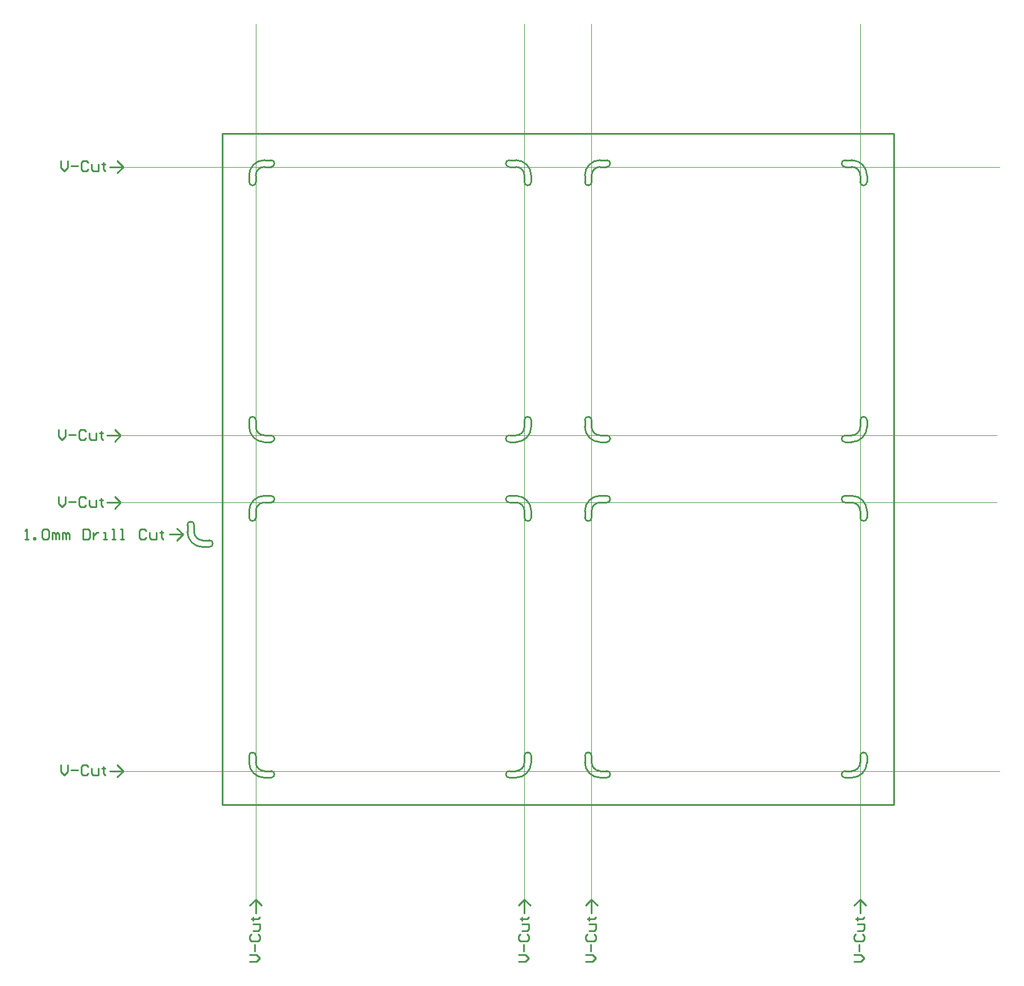
<source format=gm1>
%FSLAX25Y25*%
%MOIN*%
G70*
G01*
G75*
G04 Layer_Color=16711935*
%ADD10R,0.03150X0.03150*%
%ADD11R,0.06299X0.03937*%
%ADD12R,0.09843X0.04331*%
%ADD13C,0.04000*%
%ADD14C,0.02000*%
%ADD15C,0.01575*%
G04:AMPARAMS|DCode=16|XSize=59.06mil|YSize=59.06mil|CornerRadius=14.76mil|HoleSize=0mil|Usage=FLASHONLY|Rotation=270.000|XOffset=0mil|YOffset=0mil|HoleType=Round|Shape=RoundedRectangle|*
%AMROUNDEDRECTD16*
21,1,0.05906,0.02953,0,0,270.0*
21,1,0.02953,0.05906,0,0,270.0*
1,1,0.02953,-0.01476,-0.01476*
1,1,0.02953,-0.01476,0.01476*
1,1,0.02953,0.01476,0.01476*
1,1,0.02953,0.01476,-0.01476*
%
%ADD16ROUNDEDRECTD16*%
%ADD17C,0.05906*%
%ADD18C,0.03937*%
G04:AMPARAMS|DCode=19|XSize=98.43mil|YSize=98.43mil|CornerRadius=24.61mil|HoleSize=0mil|Usage=FLASHONLY|Rotation=270.000|XOffset=0mil|YOffset=0mil|HoleType=Round|Shape=RoundedRectangle|*
%AMROUNDEDRECTD19*
21,1,0.09843,0.04921,0,0,270.0*
21,1,0.04921,0.09843,0,0,270.0*
1,1,0.04921,-0.02461,-0.02461*
1,1,0.04921,-0.02461,0.02461*
1,1,0.04921,0.02461,0.02461*
1,1,0.04921,0.02461,-0.02461*
%
%ADD19ROUNDEDRECTD19*%
%ADD20O,0.08000X0.11811*%
%ADD21R,0.07500X0.07500*%
%ADD22O,0.17716X0.07874*%
%ADD23C,0.03150*%
%ADD24C,0.02400*%
%ADD25C,0.01201*%
%ADD26O,0.02165X0.05118*%
G04:AMPARAMS|DCode=27|XSize=31.5mil|YSize=51.18mil|CornerRadius=7.87mil|HoleSize=0mil|Usage=FLASHONLY|Rotation=270.000|XOffset=0mil|YOffset=0mil|HoleType=Round|Shape=RoundedRectangle|*
%AMROUNDEDRECTD27*
21,1,0.03150,0.03543,0,0,270.0*
21,1,0.01575,0.05118,0,0,270.0*
1,1,0.01575,-0.01772,-0.00787*
1,1,0.01575,-0.01772,0.00787*
1,1,0.01575,0.01772,0.00787*
1,1,0.01575,0.01772,-0.00787*
%
%ADD27ROUNDEDRECTD27*%
G04:AMPARAMS|DCode=28|XSize=31.5mil|YSize=51.18mil|CornerRadius=7.87mil|HoleSize=0mil|Usage=FLASHONLY|Rotation=180.000|XOffset=0mil|YOffset=0mil|HoleType=Round|Shape=RoundedRectangle|*
%AMROUNDEDRECTD28*
21,1,0.03150,0.03543,0,0,180.0*
21,1,0.01575,0.05118,0,0,180.0*
1,1,0.01575,-0.00787,0.01772*
1,1,0.01575,0.00787,0.01772*
1,1,0.01575,0.00787,-0.01772*
1,1,0.01575,-0.00787,-0.01772*
%
%ADD28ROUNDEDRECTD28*%
%ADD29O,0.05118X0.02165*%
%ADD30C,0.01201*%
%ADD31C,0.00394*%
%ADD32R,0.03543X0.03937*%
%ADD33R,0.03937X0.03543*%
G04:AMPARAMS|DCode=34|XSize=23.62mil|YSize=39.37mil|CornerRadius=2.95mil|HoleSize=0mil|Usage=FLASHONLY|Rotation=0.000|XOffset=0mil|YOffset=0mil|HoleType=Round|Shape=RoundedRectangle|*
%AMROUNDEDRECTD34*
21,1,0.02362,0.03347,0,0,0.0*
21,1,0.01772,0.03937,0,0,0.0*
1,1,0.00591,0.00886,-0.01673*
1,1,0.00591,-0.00886,-0.01673*
1,1,0.00591,-0.00886,0.01673*
1,1,0.00591,0.00886,0.01673*
%
%ADD34ROUNDEDRECTD34*%
%ADD35R,0.07874X0.09449*%
%ADD36C,0.02306*%
%ADD37C,0.01153*%
%ADD38C,0.01000*%
%ADD39C,0.00500*%
%ADD40C,0.00029*%
%ADD41C,0.00710*%
%ADD42C,0.00787*%
%ADD43C,0.00152*%
%ADD44C,0.00089*%
%ADD45R,0.02950X0.02950*%
%ADD46R,0.06099X0.03737*%
%ADD47R,0.09643X0.04131*%
%ADD48C,0.01375*%
G04:AMPARAMS|DCode=49|XSize=57.06mil|YSize=57.06mil|CornerRadius=13.76mil|HoleSize=0mil|Usage=FLASHONLY|Rotation=270.000|XOffset=0mil|YOffset=0mil|HoleType=Round|Shape=RoundedRectangle|*
%AMROUNDEDRECTD49*
21,1,0.05706,0.02953,0,0,270.0*
21,1,0.02953,0.05706,0,0,270.0*
1,1,0.02753,-0.01476,-0.01476*
1,1,0.02753,-0.01476,0.01476*
1,1,0.02753,0.01476,0.01476*
1,1,0.02753,0.01476,-0.01476*
%
%ADD49ROUNDEDRECTD49*%
%ADD50C,0.05706*%
%ADD51C,0.03737*%
G04:AMPARAMS|DCode=52|XSize=96.43mil|YSize=96.43mil|CornerRadius=23.61mil|HoleSize=0mil|Usage=FLASHONLY|Rotation=270.000|XOffset=0mil|YOffset=0mil|HoleType=Round|Shape=RoundedRectangle|*
%AMROUNDEDRECTD52*
21,1,0.09643,0.04921,0,0,270.0*
21,1,0.04921,0.09643,0,0,270.0*
1,1,0.04721,-0.02461,-0.02461*
1,1,0.04721,-0.02461,0.02461*
1,1,0.04721,0.02461,0.02461*
1,1,0.04721,0.02461,-0.02461*
%
%ADD52ROUNDEDRECTD52*%
%ADD53O,0.07800X0.11611*%
%ADD54R,0.07300X0.07300*%
%ADD55O,0.17516X0.07674*%
%ADD56C,0.02950*%
%ADD57O,0.01965X0.04918*%
G04:AMPARAMS|DCode=58|XSize=29.5mil|YSize=49.18mil|CornerRadius=6.87mil|HoleSize=0mil|Usage=FLASHONLY|Rotation=270.000|XOffset=0mil|YOffset=0mil|HoleType=Round|Shape=RoundedRectangle|*
%AMROUNDEDRECTD58*
21,1,0.02950,0.03543,0,0,270.0*
21,1,0.01575,0.04918,0,0,270.0*
1,1,0.01375,-0.01772,-0.00787*
1,1,0.01375,-0.01772,0.00787*
1,1,0.01375,0.01772,0.00787*
1,1,0.01375,0.01772,-0.00787*
%
%ADD58ROUNDEDRECTD58*%
G04:AMPARAMS|DCode=59|XSize=29.5mil|YSize=49.18mil|CornerRadius=6.87mil|HoleSize=0mil|Usage=FLASHONLY|Rotation=180.000|XOffset=0mil|YOffset=0mil|HoleType=Round|Shape=RoundedRectangle|*
%AMROUNDEDRECTD59*
21,1,0.02950,0.03543,0,0,180.0*
21,1,0.01575,0.04918,0,0,180.0*
1,1,0.01375,-0.00787,0.01772*
1,1,0.01375,0.00787,0.01772*
1,1,0.01375,0.00787,-0.01772*
1,1,0.01375,-0.00787,-0.01772*
%
%ADD59ROUNDEDRECTD59*%
%ADD60O,0.04918X0.01965*%
%ADD61R,0.03343X0.03737*%
%ADD62R,0.03737X0.03343*%
G04:AMPARAMS|DCode=63|XSize=21.62mil|YSize=37.37mil|CornerRadius=1.95mil|HoleSize=0mil|Usage=FLASHONLY|Rotation=0.000|XOffset=0mil|YOffset=0mil|HoleType=Round|Shape=RoundedRectangle|*
%AMROUNDEDRECTD63*
21,1,0.02162,0.03347,0,0,0.0*
21,1,0.01772,0.03737,0,0,0.0*
1,1,0.00391,0.00886,-0.01673*
1,1,0.00391,-0.00886,-0.01673*
1,1,0.00391,-0.00886,0.01673*
1,1,0.00391,0.00886,0.01673*
%
%ADD63ROUNDEDRECTD63*%
%ADD64R,0.07674X0.09249*%
%ADD65C,0.00200*%
D38*
X-16500Y160000D02*
G03*
X-11500Y155000I5000J0D01*
G01*
X-7563Y151063D02*
G03*
X-7563Y155000I0J1969D01*
G01*
X-16500Y163937D02*
G03*
X-20437Y163937I-1969J0D01*
G01*
Y160000D02*
G03*
X-11500Y151063I8937J0D01*
G01*
X24685Y374016D02*
G03*
X19685Y369016I0J-5000D01*
G01*
X15748Y365079D02*
G03*
X17717Y363110I1969J0D01*
G01*
X28622Y374016D02*
G03*
X30591Y375984I0J1969D01*
G01*
X15748Y365079D02*
G03*
X19685Y365079I1969J0D01*
G01*
X28622Y374016D02*
G03*
X28622Y377953I0J1969D01*
G01*
X24685D02*
G03*
X15748Y369016I0J-8937D01*
G01*
X19685Y221535D02*
G03*
X24685Y216535I5000J0D01*
G01*
X28622Y212598D02*
G03*
X30591Y214567I0J1969D01*
G01*
X19685Y225472D02*
G03*
X17717Y227441I-1969J0D01*
G01*
X28622Y212598D02*
G03*
X28622Y216535I0J1969D01*
G01*
X19685Y225472D02*
G03*
X15748Y225472I-1969J0D01*
G01*
Y221535D02*
G03*
X24685Y212598I8937J0D01*
G01*
X172165Y216535D02*
G03*
X177165Y221535I0J5000D01*
G01*
X181102Y225472D02*
G03*
X179134Y227441I-1969J0D01*
G01*
X168228Y216535D02*
G03*
X166260Y214567I0J-1969D01*
G01*
X181102Y225472D02*
G03*
X177165Y225472I-1969J0D01*
G01*
X168228Y216535D02*
G03*
X168228Y212598I0J-1969D01*
G01*
X172165D02*
G03*
X181102Y221535I0J8937D01*
G01*
X168228Y377953D02*
G03*
X166260Y375984I0J-1969D01*
G01*
X177165Y365079D02*
G03*
X179134Y363110I1969J0D01*
G01*
X168228Y377953D02*
G03*
X168228Y374016I0J-1969D01*
G01*
X177165Y365079D02*
G03*
X181102Y365079I1969J0D01*
G01*
Y369016D02*
G03*
X172165Y377953I-8937J0D01*
G01*
X221535Y374016D02*
G03*
X216535Y369016I0J-5000D01*
G01*
X212598Y365079D02*
G03*
X214567Y363110I1969J0D01*
G01*
X225472Y374016D02*
G03*
X227441Y375984I0J1969D01*
G01*
X212598Y365079D02*
G03*
X216535Y365079I1969J0D01*
G01*
X225472Y374016D02*
G03*
X225472Y377953I0J1969D01*
G01*
X221535D02*
G03*
X212598Y369016I0J-8937D01*
G01*
X374016D02*
G03*
X369016Y374016I-5000J0D01*
G01*
X365079Y377953D02*
G03*
X363110Y375984I0J-1969D01*
G01*
X374016Y365079D02*
G03*
X375984Y363110I1969J0D01*
G01*
X365079Y377953D02*
G03*
X365079Y374016I0J-1969D01*
G01*
X374016Y365079D02*
G03*
X377953Y365079I1969J0D01*
G01*
Y369016D02*
G03*
X369016Y377953I-8937J0D01*
G01*
X216535Y221535D02*
G03*
X221535Y216535I5000J0D01*
G01*
X225472Y212598D02*
G03*
X227441Y214567I0J1969D01*
G01*
X216535Y225472D02*
G03*
X214567Y227441I-1969J0D01*
G01*
X225472Y212598D02*
G03*
X225472Y216535I0J1969D01*
G01*
X216535Y225472D02*
G03*
X212598Y225472I-1969J0D01*
G01*
Y221535D02*
G03*
X221535Y212598I8937J0D01*
G01*
X369016Y216535D02*
G03*
X374016Y221535I0J5000D01*
G01*
X377953Y225472D02*
G03*
X375984Y227441I-1969J0D01*
G01*
X365079Y216535D02*
G03*
X363110Y214567I0J-1969D01*
G01*
X377953Y225472D02*
G03*
X374016Y225472I-1969J0D01*
G01*
X365079Y216535D02*
G03*
X365079Y212598I0J-1969D01*
G01*
X369016D02*
G03*
X377953Y221535I0J8937D01*
G01*
X374016Y172165D02*
G03*
X369016Y177165I-5000J0D01*
G01*
X365079Y181102D02*
G03*
X363110Y179134I0J-1969D01*
G01*
X374016Y168228D02*
G03*
X375984Y166260I1969J0D01*
G01*
X365079Y181102D02*
G03*
X365079Y177165I0J-1969D01*
G01*
X374016Y168228D02*
G03*
X377953Y168228I1969J0D01*
G01*
Y172165D02*
G03*
X369016Y181102I-8937J0D01*
G01*
X221535Y177165D02*
G03*
X216535Y172165I0J-5000D01*
G01*
X212598Y168228D02*
G03*
X214567Y166260I1969J0D01*
G01*
X225472Y177165D02*
G03*
X227441Y179134I0J1969D01*
G01*
X212598Y168228D02*
G03*
X216535Y168228I1969J0D01*
G01*
X225472Y177165D02*
G03*
X225472Y181102I0J1969D01*
G01*
X221535D02*
G03*
X212598Y172165I0J-8937D01*
G01*
X177165D02*
G03*
X172165Y177165I-5000J0D01*
G01*
X168228Y181102D02*
G03*
X166260Y179134I0J-1969D01*
G01*
X177165Y168228D02*
G03*
X179134Y166260I1969J0D01*
G01*
X168228Y181102D02*
G03*
X168228Y177165I0J-1969D01*
G01*
X177165Y168228D02*
G03*
X181102Y168228I1969J0D01*
G01*
Y172165D02*
G03*
X172165Y181102I-8937J0D01*
G01*
X24685Y177165D02*
G03*
X19685Y172165I0J-5000D01*
G01*
X15748Y168228D02*
G03*
X17717Y166260I1969J0D01*
G01*
X28622Y177165D02*
G03*
X30591Y179134I0J1969D01*
G01*
X15748Y168228D02*
G03*
X19685Y168228I1969J0D01*
G01*
X28622Y177165D02*
G03*
X28622Y181102I0J1969D01*
G01*
X24685D02*
G03*
X15748Y172165I0J-8937D01*
G01*
X19685Y24685D02*
G03*
X24685Y19685I5000J0D01*
G01*
X28622Y15748D02*
G03*
X30591Y17717I0J1969D01*
G01*
X19685Y28622D02*
G03*
X17717Y30591I-1969J0D01*
G01*
X28622Y15748D02*
G03*
X28622Y19685I0J1969D01*
G01*
X19685Y28622D02*
G03*
X15748Y28622I-1969J0D01*
G01*
Y24685D02*
G03*
X24685Y15748I8937J0D01*
G01*
X172165Y19685D02*
G03*
X177165Y24685I0J5000D01*
G01*
X181102Y28622D02*
G03*
X179134Y30591I-1969J0D01*
G01*
X168228Y19685D02*
G03*
X166260Y17717I0J-1969D01*
G01*
X181102Y28622D02*
G03*
X177165Y28622I-1969J0D01*
G01*
X168228Y19685D02*
G03*
X168228Y15748I0J-1969D01*
G01*
X172165D02*
G03*
X181102Y24685I0J8937D01*
G01*
X216535D02*
G03*
X221535Y19685I5000J0D01*
G01*
X225472Y15748D02*
G03*
X227441Y17717I0J1969D01*
G01*
X216535Y28622D02*
G03*
X214567Y30591I-1969J0D01*
G01*
X225472Y15748D02*
G03*
X225472Y19685I0J1969D01*
G01*
X216535Y28622D02*
G03*
X212598Y28622I-1969J0D01*
G01*
Y24685D02*
G03*
X221535Y15748I8937J0D01*
G01*
X369016Y19685D02*
G03*
X374016Y24685I0J5000D01*
G01*
X377953Y28622D02*
G03*
X375984Y30591I-1969J0D01*
G01*
X365079Y19685D02*
G03*
X363110Y17717I0J-1969D01*
G01*
X377953Y28622D02*
G03*
X374016Y28622I-1969J0D01*
G01*
X365079Y19685D02*
G03*
X365079Y15748I0J-1969D01*
G01*
X369016D02*
G03*
X377953Y24685I0J8937D01*
G01*
X177165Y369016D02*
G03*
X172165Y374016I-5000J0D01*
G01*
X0Y0D02*
X19685D01*
X-61516Y23185D02*
X-58016Y19685D01*
X-61516Y16185D02*
X-58016Y19685D01*
X-66016D02*
X-58016D01*
X-61516Y377516D02*
X-58016Y374016D01*
X-61516Y370516D02*
X-58016Y374016D01*
X-66016D02*
X-58016D01*
X-11500Y155000D02*
X-7563D01*
X-16500Y160000D02*
Y163937D01*
X-11500Y151063D02*
X-7563D01*
X-20437Y160000D02*
Y163937D01*
X-26500Y162000D02*
X-23000Y158500D01*
X-26500Y155000D02*
X-23000Y158500D01*
X-31000D02*
X-23000D01*
X-67535Y177165D02*
X-59535D01*
X-63036Y173665D02*
X-59535Y177165D01*
X-63036Y180665D02*
X-59535Y177165D01*
X-67535Y216535D02*
X-59535D01*
X-63036Y213035D02*
X-59535Y216535D01*
X-63036Y220035D02*
X-59535Y216535D01*
X374016Y-63685D02*
Y-55685D01*
X377516Y-59185D01*
X370516D02*
X374016Y-55685D01*
X216535Y-63685D02*
Y-55685D01*
X220035Y-59185D01*
X213035D02*
X216535Y-55685D01*
X177165Y-63685D02*
Y-55685D01*
X180665Y-59185D01*
X173665D02*
X177165Y-55685D01*
X19685Y-63685D02*
Y-55685D01*
X23185Y-59185D01*
X16185D02*
X19685Y-55685D01*
X393701Y0D02*
Y393701D01*
X0D02*
X393701D01*
X0Y0D02*
Y393701D01*
Y0D02*
X393701D01*
X374016D02*
X393701D01*
X374016Y393701D02*
X393701D01*
X0D02*
X19685D01*
Y365079D02*
Y369016D01*
X24685Y374016D02*
X28622D01*
X24685Y377953D02*
X28622D01*
X15748Y365079D02*
Y369016D01*
X24685Y216535D02*
X28622D01*
X19685Y221535D02*
Y225472D01*
X15748Y221535D02*
Y225472D01*
X24685Y212598D02*
X28622D01*
X177165Y221535D02*
Y225472D01*
X168228Y216535D02*
X172165D01*
X168228Y212598D02*
X172165D01*
X181102Y221535D02*
Y225472D01*
X168228Y374016D02*
X172165D01*
X177165Y365079D02*
Y369016D01*
X181102Y365079D02*
Y369016D01*
X168228Y377953D02*
X172165D01*
X216535Y365079D02*
Y369016D01*
X221535Y374016D02*
X225472D01*
X221535Y377953D02*
X225472D01*
X212598Y365079D02*
Y369016D01*
X365079Y374016D02*
X369016D01*
X374016Y365079D02*
Y369016D01*
X377953Y365079D02*
Y369016D01*
X365079Y377953D02*
X369016D01*
X221535Y216535D02*
X225472D01*
X216535Y221535D02*
Y225472D01*
X212598Y221535D02*
Y225472D01*
X221535Y212598D02*
X225472D01*
X374016Y221535D02*
Y225472D01*
X365079Y216535D02*
X369016D01*
X365079Y212598D02*
X369016D01*
X377953Y221535D02*
Y225472D01*
X365079Y177165D02*
X369016D01*
X374016Y168228D02*
Y172165D01*
X377953Y168228D02*
Y172165D01*
X365079Y181102D02*
X369016D01*
X216535Y168228D02*
Y172165D01*
X221535Y177165D02*
X225472D01*
X221535Y181102D02*
X225472D01*
X212598Y168228D02*
Y172165D01*
X168228Y177165D02*
X172165D01*
X177165Y168228D02*
Y172165D01*
X181102Y168228D02*
Y172165D01*
X168228Y181102D02*
X172165D01*
X19685Y168228D02*
Y172165D01*
X24685Y177165D02*
X28622D01*
X24685Y181102D02*
X28622D01*
X15748Y168228D02*
Y172165D01*
X24685Y19685D02*
X28622D01*
X19685Y24685D02*
Y28622D01*
X15748Y24685D02*
Y28622D01*
X24685Y15748D02*
X28622D01*
X177165Y24685D02*
Y28622D01*
X168228Y19685D02*
X172165D01*
X168228Y15748D02*
X172165D01*
X181102Y24685D02*
Y28622D01*
X221535Y19685D02*
X225472D01*
X216535Y24685D02*
Y28622D01*
X212598Y24685D02*
Y28622D01*
X221535Y15748D02*
X225472D01*
X374016Y24685D02*
Y28622D01*
X365079Y19685D02*
X369016D01*
X365079Y15748D02*
X369016D01*
X377953Y24685D02*
Y28622D01*
X-94516Y23183D02*
Y19184D01*
X-92516Y17185D01*
X-90517Y19184D01*
Y23183D01*
X-88518Y20184D02*
X-84519D01*
X-78521Y22183D02*
X-79521Y23183D01*
X-81520D01*
X-82520Y22183D01*
Y18185D01*
X-81520Y17185D01*
X-79521D01*
X-78521Y18185D01*
X-76522Y21184D02*
Y18185D01*
X-75522Y17185D01*
X-72523D01*
Y21184D01*
X-69524Y22183D02*
Y21184D01*
X-70524D01*
X-68524D01*
X-69524D01*
Y18185D01*
X-68524Y17185D01*
X-94516Y377514D02*
Y373515D01*
X-92516Y371516D01*
X-90517Y373515D01*
Y377514D01*
X-88518Y374515D02*
X-84519D01*
X-78521Y376514D02*
X-79521Y377514D01*
X-81520D01*
X-82520Y376514D01*
Y372515D01*
X-81520Y371516D01*
X-79521D01*
X-78521Y372515D01*
X-76522Y375515D02*
Y372515D01*
X-75522Y371516D01*
X-72523D01*
Y375515D01*
X-69524Y376514D02*
Y375515D01*
X-70524D01*
X-68524D01*
X-69524D01*
Y372515D01*
X-68524Y371516D01*
X-115500Y155500D02*
X-113501D01*
X-114500D01*
Y161498D01*
X-115500Y160498D01*
X-110502Y155500D02*
Y156500D01*
X-109502D01*
Y155500D01*
X-110502D01*
X-105503Y160498D02*
X-104504Y161498D01*
X-102504D01*
X-101505Y160498D01*
Y156500D01*
X-102504Y155500D01*
X-104504D01*
X-105503Y156500D01*
Y160498D01*
X-99505Y155500D02*
Y159499D01*
X-98506D01*
X-97506Y158499D01*
Y155500D01*
Y158499D01*
X-96506Y159499D01*
X-95507Y158499D01*
Y155500D01*
X-93507D02*
Y159499D01*
X-92507D01*
X-91508Y158499D01*
Y155500D01*
Y158499D01*
X-90508Y159499D01*
X-89508Y158499D01*
Y155500D01*
X-81511Y161498D02*
Y155500D01*
X-78512D01*
X-77512Y156500D01*
Y160498D01*
X-78512Y161498D01*
X-81511D01*
X-75513Y159499D02*
Y155500D01*
Y157499D01*
X-74513Y158499D01*
X-73514Y159499D01*
X-72514D01*
X-69515Y155500D02*
X-67515D01*
X-68515D01*
Y159499D01*
X-69515D01*
X-64517Y155500D02*
X-62517D01*
X-63517D01*
Y161498D01*
X-64517D01*
X-59518Y155500D02*
X-57519D01*
X-58518D01*
Y161498D01*
X-59518D01*
X-44523Y160498D02*
X-45523Y161498D01*
X-47522D01*
X-48522Y160498D01*
Y156500D01*
X-47522Y155500D01*
X-45523D01*
X-44523Y156500D01*
X-42524Y159499D02*
Y156500D01*
X-41524Y155500D01*
X-38525D01*
Y159499D01*
X-35526Y160498D02*
Y159499D01*
X-36526D01*
X-34526D01*
X-35526D01*
Y156500D01*
X-34526Y155500D01*
X-96035Y180663D02*
Y176665D01*
X-94036Y174665D01*
X-92037Y176665D01*
Y180663D01*
X-90037Y177664D02*
X-86039D01*
X-80041Y179664D02*
X-81040Y180663D01*
X-83040D01*
X-84039Y179664D01*
Y175665D01*
X-83040Y174665D01*
X-81040D01*
X-80041Y175665D01*
X-78041Y178664D02*
Y175665D01*
X-77042Y174665D01*
X-74043D01*
Y178664D01*
X-71043Y179664D02*
Y178664D01*
X-72043D01*
X-70044D01*
X-71043D01*
Y175665D01*
X-70044Y174665D01*
X-96035Y220034D02*
Y216035D01*
X-94036Y214035D01*
X-92037Y216035D01*
Y220034D01*
X-90037Y217035D02*
X-86039D01*
X-80041Y219034D02*
X-81040Y220034D01*
X-83040D01*
X-84039Y219034D01*
Y215035D01*
X-83040Y214035D01*
X-81040D01*
X-80041Y215035D01*
X-78041Y218034D02*
Y215035D01*
X-77042Y214035D01*
X-74043D01*
Y218034D01*
X-71043Y219034D02*
Y218034D01*
X-72043D01*
X-70044D01*
X-71043D01*
Y215035D01*
X-70044Y214035D01*
X370518Y-92185D02*
X374516D01*
X376516Y-90186D01*
X374516Y-88186D01*
X370518D01*
X373517Y-86187D02*
Y-82188D01*
X371517Y-76190D02*
X370518Y-77190D01*
Y-79189D01*
X371517Y-80189D01*
X375516D01*
X376516Y-79189D01*
Y-77190D01*
X375516Y-76190D01*
X372517Y-74191D02*
X375516D01*
X376516Y-73191D01*
Y-70192D01*
X372517D01*
X371517Y-67193D02*
X372517D01*
Y-68193D01*
Y-66193D01*
Y-67193D01*
X375516D01*
X376516Y-66193D01*
X213037Y-92185D02*
X217036D01*
X219035Y-90186D01*
X217036Y-88186D01*
X213037D01*
X216036Y-86187D02*
Y-82188D01*
X214037Y-76190D02*
X213037Y-77190D01*
Y-79189D01*
X214037Y-80189D01*
X218036D01*
X219035Y-79189D01*
Y-77190D01*
X218036Y-76190D01*
X215037Y-74191D02*
X218036D01*
X219035Y-73191D01*
Y-70192D01*
X215037D01*
X214037Y-67193D02*
X215037D01*
Y-68193D01*
Y-66193D01*
Y-67193D01*
X218036D01*
X219035Y-66193D01*
X173667Y-92185D02*
X177666D01*
X179665Y-90186D01*
X177666Y-88186D01*
X173667D01*
X176666Y-86187D02*
Y-82188D01*
X174667Y-76190D02*
X173667Y-77190D01*
Y-79189D01*
X174667Y-80189D01*
X178666D01*
X179665Y-79189D01*
Y-77190D01*
X178666Y-76190D01*
X175667Y-74191D02*
X178666D01*
X179665Y-73191D01*
Y-70192D01*
X175667D01*
X174667Y-67193D02*
X175667D01*
Y-68193D01*
Y-66193D01*
Y-67193D01*
X178666D01*
X179665Y-66193D01*
X16187Y-92185D02*
X20186D01*
X22185Y-90186D01*
X20186Y-88186D01*
X16187D01*
X19186Y-86187D02*
Y-82188D01*
X17187Y-76190D02*
X16187Y-77190D01*
Y-79189D01*
X17187Y-80189D01*
X21185D01*
X22185Y-79189D01*
Y-77190D01*
X21185Y-76190D01*
X18186Y-74191D02*
X21185D01*
X22185Y-73191D01*
Y-70192D01*
X18186D01*
X17187Y-67193D02*
X18186D01*
Y-68193D01*
Y-66193D01*
Y-67193D01*
X21185D01*
X22185Y-66193D01*
D65*
X19685Y-55685D02*
Y458016D01*
X177165Y-55685D02*
Y458016D01*
X-58016Y19685D02*
X455685D01*
X-59535Y177165D02*
X454165D01*
X-59535Y216535D02*
X454165D01*
X374016Y-55685D02*
Y458016D01*
X216535Y-55685D02*
Y458016D01*
X19685Y-55685D02*
Y458016D01*
X-58016Y374016D02*
X455685D01*
M02*

</source>
